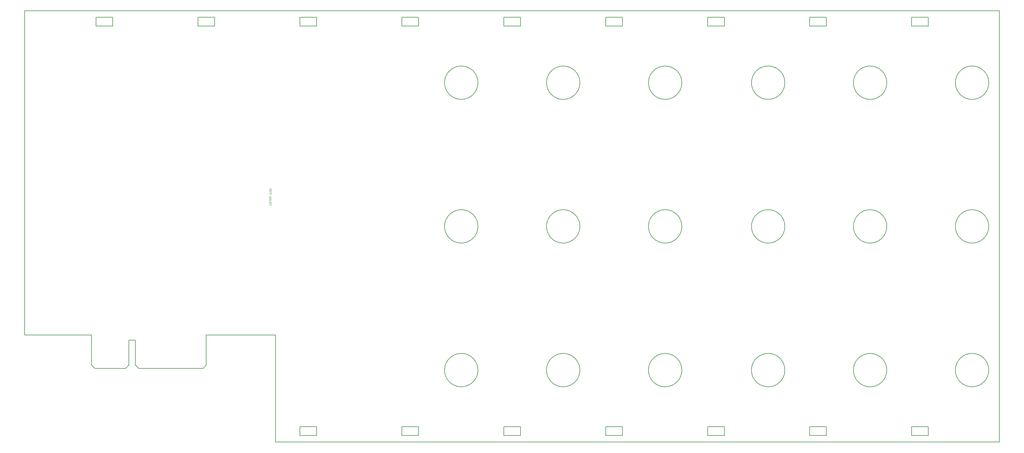
<source format=gbr>
G04 #@! TF.GenerationSoftware,KiCad,Pcbnew,6.0.7-f9a2dced07~116~ubuntu22.04.1*
G04 #@! TF.CreationDate,2023-04-06T13:37:09+01:00*
G04 #@! TF.ProjectId,hiltop_backplane_brd,68696c74-6f70-45f6-9261-636b706c616e,A*
G04 #@! TF.SameCoordinates,Original*
G04 #@! TF.FileFunction,Other,Comment*
%FSLAX46Y46*%
G04 Gerber Fmt 4.6, Leading zero omitted, Abs format (unit mm)*
G04 Created by KiCad (PCBNEW 6.0.7-f9a2dced07~116~ubuntu22.04.1) date 2023-04-06 13:37:09*
%MOMM*%
%LPD*%
G01*
G04 APERTURE LIST*
G04 #@! TA.AperFunction,Profile*
%ADD10C,0.150000*%
G04 #@! TD*
%ADD11C,0.060000*%
G04 APERTURE END LIST*
D10*
X179840000Y-50700000D02*
G75*
G03*
X179840000Y-50700000I-5000000J0D01*
G01*
X210320000Y-50700000D02*
G75*
G03*
X210320000Y-50700000I-5000000J0D01*
G01*
X240800000Y-50700000D02*
G75*
G03*
X240800000Y-50700000I-5000000J0D01*
G01*
X210320000Y-93700000D02*
G75*
G03*
X210320000Y-93700000I-5000000J0D01*
G01*
X240800000Y-93700000D02*
G75*
G03*
X240800000Y-93700000I-5000000J0D01*
G01*
X179840000Y-136700000D02*
G75*
G03*
X179840000Y-136700000I-5000000J0D01*
G01*
X210320000Y-136700000D02*
G75*
G03*
X210320000Y-136700000I-5000000J0D01*
G01*
X240800000Y-136700000D02*
G75*
G03*
X240800000Y-136700000I-5000000J0D01*
G01*
X179840000Y-93700000D02*
G75*
G03*
X179840000Y-93700000I-5000000J0D01*
G01*
X248500000Y-31150000D02*
X248500000Y-33750000D01*
X284000000Y-33750000D02*
X284000000Y-31150000D01*
X271600000Y-136700000D02*
G75*
G03*
X271600000Y-136700000I-5000000J0D01*
G01*
X65300000Y-136200000D02*
X74500000Y-136200000D01*
X75500000Y-135200000D02*
X75500000Y-127700000D01*
X248500000Y-33750000D02*
X253500000Y-33750000D01*
X131600000Y-156250000D02*
X131600000Y-153650000D01*
X157100000Y-31150000D02*
X157100000Y-33750000D01*
X131600000Y-153650000D02*
X126600000Y-153650000D01*
X192550000Y-153650000D02*
X187550000Y-153650000D01*
X65650000Y-33750000D02*
X70650000Y-33750000D01*
X162100000Y-31150000D02*
X157100000Y-31150000D01*
X101150000Y-33750000D02*
X101150000Y-31150000D01*
X126600000Y-156250000D02*
X131600000Y-156250000D01*
X162100000Y-156250000D02*
X162100000Y-153650000D01*
X279000000Y-31150000D02*
X279000000Y-33750000D01*
X126600000Y-31150000D02*
X126600000Y-33750000D01*
X96150000Y-31150000D02*
X96150000Y-33750000D01*
X98600000Y-126200000D02*
X119300000Y-126200000D01*
X131600000Y-31150000D02*
X126600000Y-31150000D01*
X223050000Y-153650000D02*
X218050000Y-153650000D01*
X192550000Y-33750000D02*
X192550000Y-31150000D01*
X309450000Y-153650000D02*
X309450000Y-156250000D01*
X284000000Y-153650000D02*
X279000000Y-153650000D01*
X70650000Y-31150000D02*
X65650000Y-31150000D01*
X162100000Y-33750000D02*
X162100000Y-31150000D01*
X302080000Y-136700000D02*
G75*
G03*
X302080000Y-136700000I-5000000J0D01*
G01*
X309450000Y-156250000D02*
X314450000Y-156250000D01*
X284000000Y-156250000D02*
X284000000Y-153650000D01*
X248500000Y-156250000D02*
X253500000Y-156250000D01*
X157100000Y-156250000D02*
X162100000Y-156250000D01*
X248500000Y-153650000D02*
X248500000Y-156250000D01*
X218050000Y-156250000D02*
X223050000Y-156250000D01*
X218050000Y-31150000D02*
X218050000Y-33750000D01*
X162100000Y-153650000D02*
X157100000Y-153650000D01*
X332560000Y-93700000D02*
G75*
G03*
X332560000Y-93700000I-5000000J0D01*
G01*
X75500000Y-135200000D02*
X74500000Y-136200000D01*
X126600000Y-153650000D02*
X126600000Y-156250000D01*
X314450000Y-153650000D02*
X309450000Y-153650000D01*
X97600000Y-136200000D02*
X98600000Y-135200000D01*
X157100000Y-33750000D02*
X162100000Y-33750000D01*
X332560000Y-50700000D02*
G75*
G03*
X332560000Y-50700000I-5000000J0D01*
G01*
X70650000Y-33750000D02*
X70650000Y-31150000D01*
X223050000Y-156250000D02*
X223050000Y-153650000D01*
X271600000Y-50700000D02*
G75*
G03*
X271600000Y-50700000I-5000000J0D01*
G01*
X65650000Y-31150000D02*
X65650000Y-33750000D01*
X192550000Y-31150000D02*
X187550000Y-31150000D01*
X302080000Y-93700000D02*
G75*
G03*
X302080000Y-93700000I-5000000J0D01*
G01*
X187550000Y-153650000D02*
X187550000Y-156250000D01*
X44300000Y-29200000D02*
X335740000Y-29200000D01*
X131600000Y-33750000D02*
X131600000Y-31150000D01*
X96150000Y-33750000D02*
X101150000Y-33750000D01*
X187550000Y-33750000D02*
X192550000Y-33750000D01*
X64300000Y-135200000D02*
X64300000Y-126200000D01*
X314500000Y-31150000D02*
X309500000Y-31150000D01*
X218050000Y-153650000D02*
X218050000Y-156250000D01*
X271600000Y-93700000D02*
G75*
G03*
X271600000Y-93700000I-5000000J0D01*
G01*
X253500000Y-33750000D02*
X253500000Y-31150000D01*
X279000000Y-156250000D02*
X284000000Y-156250000D01*
X332560000Y-136700000D02*
G75*
G03*
X332560000Y-136700000I-5000000J0D01*
G01*
X77400000Y-135200000D02*
X78400000Y-136200000D01*
X119300000Y-136200000D02*
X119300000Y-158200000D01*
X309500000Y-31150000D02*
X309500000Y-33750000D01*
X44300000Y-126200000D02*
X44300000Y-29200000D01*
X218050000Y-33750000D02*
X223050000Y-33750000D01*
X314450000Y-156250000D02*
X314450000Y-153650000D01*
X284000000Y-31150000D02*
X279000000Y-31150000D01*
X119300000Y-126200000D02*
X119300000Y-136200000D01*
X78400000Y-136200000D02*
X97600000Y-136200000D01*
X279000000Y-153650000D02*
X279000000Y-156250000D01*
X279000000Y-33750000D02*
X284000000Y-33750000D01*
X253500000Y-153650000D02*
X248500000Y-153650000D01*
X64300000Y-135200000D02*
X65300000Y-136200000D01*
X187550000Y-156250000D02*
X192550000Y-156250000D01*
X75500000Y-127700000D02*
X77400000Y-127700000D01*
X101150000Y-31150000D02*
X96150000Y-31150000D01*
X192550000Y-156250000D02*
X192550000Y-153650000D01*
X253500000Y-31150000D02*
X248500000Y-31150000D01*
X126600000Y-33750000D02*
X131600000Y-33750000D01*
X98600000Y-135200000D02*
X98600000Y-127700000D01*
X335740000Y-29200000D02*
X335740000Y-158200000D01*
X187550000Y-31150000D02*
X187550000Y-33750000D01*
X302080000Y-50700000D02*
G75*
G03*
X302080000Y-50700000I-5000000J0D01*
G01*
X157100000Y-153650000D02*
X157100000Y-156250000D01*
X223050000Y-31150000D02*
X218050000Y-31150000D01*
X98600000Y-127700000D02*
X98600000Y-126200000D01*
X335740000Y-158200000D02*
X119300000Y-158200000D01*
X309500000Y-33750000D02*
X314500000Y-33750000D01*
X253500000Y-156250000D02*
X253500000Y-153650000D01*
X77400000Y-127700000D02*
X77400000Y-135200000D01*
X314500000Y-33750000D02*
X314500000Y-31150000D01*
X64300000Y-126200000D02*
X44300000Y-126200000D01*
X223050000Y-33750000D02*
X223050000Y-31150000D01*
D11*
X117757142Y-87257142D02*
X117757142Y-87057142D01*
X118071428Y-86971428D02*
X118071428Y-87257142D01*
X117471428Y-87257142D01*
X117471428Y-86971428D01*
X118071428Y-86714285D02*
X117471428Y-86714285D01*
X118071428Y-86371428D01*
X117471428Y-86371428D01*
X117471428Y-86171428D02*
X117471428Y-85828571D01*
X118071428Y-86000000D02*
X117471428Y-86000000D01*
X118071428Y-85285714D02*
X117785714Y-85485714D01*
X118071428Y-85628571D02*
X117471428Y-85628571D01*
X117471428Y-85400000D01*
X117500000Y-85342857D01*
X117528571Y-85314285D01*
X117585714Y-85285714D01*
X117671428Y-85285714D01*
X117728571Y-85314285D01*
X117757142Y-85342857D01*
X117785714Y-85400000D01*
X117785714Y-85628571D01*
X117785714Y-84914285D02*
X118071428Y-84914285D01*
X117471428Y-85114285D02*
X117785714Y-84914285D01*
X117471428Y-84714285D01*
X118042857Y-84085714D02*
X118071428Y-84000000D01*
X118071428Y-83857142D01*
X118042857Y-83800000D01*
X118014285Y-83771428D01*
X117957142Y-83742857D01*
X117900000Y-83742857D01*
X117842857Y-83771428D01*
X117814285Y-83800000D01*
X117785714Y-83857142D01*
X117757142Y-83971428D01*
X117728571Y-84028571D01*
X117700000Y-84057142D01*
X117642857Y-84085714D01*
X117585714Y-84085714D01*
X117528571Y-84057142D01*
X117500000Y-84028571D01*
X117471428Y-83971428D01*
X117471428Y-83828571D01*
X117500000Y-83742857D01*
X118071428Y-83485714D02*
X117471428Y-83485714D01*
X118071428Y-83200000D02*
X117471428Y-83200000D01*
X117471428Y-83057142D01*
X117500000Y-82971428D01*
X117557142Y-82914285D01*
X117614285Y-82885714D01*
X117728571Y-82857142D01*
X117814285Y-82857142D01*
X117928571Y-82885714D01*
X117985714Y-82914285D01*
X118042857Y-82971428D01*
X118071428Y-83057142D01*
X118071428Y-83200000D01*
X117757142Y-82600000D02*
X117757142Y-82400000D01*
X118071428Y-82314285D02*
X118071428Y-82600000D01*
X117471428Y-82600000D01*
X117471428Y-82314285D01*
M02*

</source>
